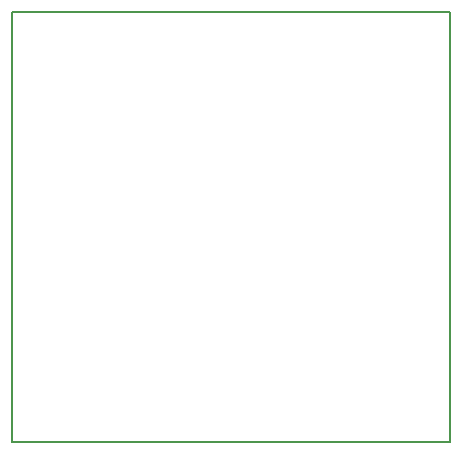
<source format=gbr>
G04 #@! TF.FileFunction,Profile,NP*
%FSLAX46Y46*%
G04 Gerber Fmt 4.6, Leading zero omitted, Abs format (unit mm)*
G04 Created by KiCad (PCBNEW 4.0.6) date Thursday, 20. September 2018 19:48:34*
%MOMM*%
%LPD*%
G01*
G04 APERTURE LIST*
%ADD10C,0.100000*%
%ADD11C,0.150000*%
G04 APERTURE END LIST*
D10*
D11*
X164338000Y-98171000D02*
X164211000Y-98171000D01*
X164338000Y-134620000D02*
X164338000Y-98171000D01*
X127254000Y-134620000D02*
X164338000Y-134620000D01*
X127254000Y-98171000D02*
X127254000Y-134620000D01*
X164211000Y-98171000D02*
X127254000Y-98171000D01*
M02*

</source>
